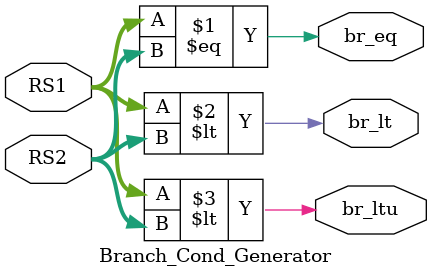
<source format=sv>
`timescale 1ns / 1ps


module Branch_Cond_Generator(
    input [31:0] RS1, //io for module
    input [31:0] RS2,
    output br_eq,
    output br_lt,
    output br_ltu
    );
    //simultaneous branch condition generation
    assign br_eq = RS1 == RS2; //set br_eq output to logic level high when RS1 and RS2 are equal
    assign br_lt = $signed(RS1) < $signed(RS2); //set br_lt output to logic level high when RS1 < RS2 (treated as signed)
    assign br_ltu = RS1 < RS2; //set br_ltu to logic level high when RS1 < RS2 (treated as unsigned)
    
endmodule

</source>
